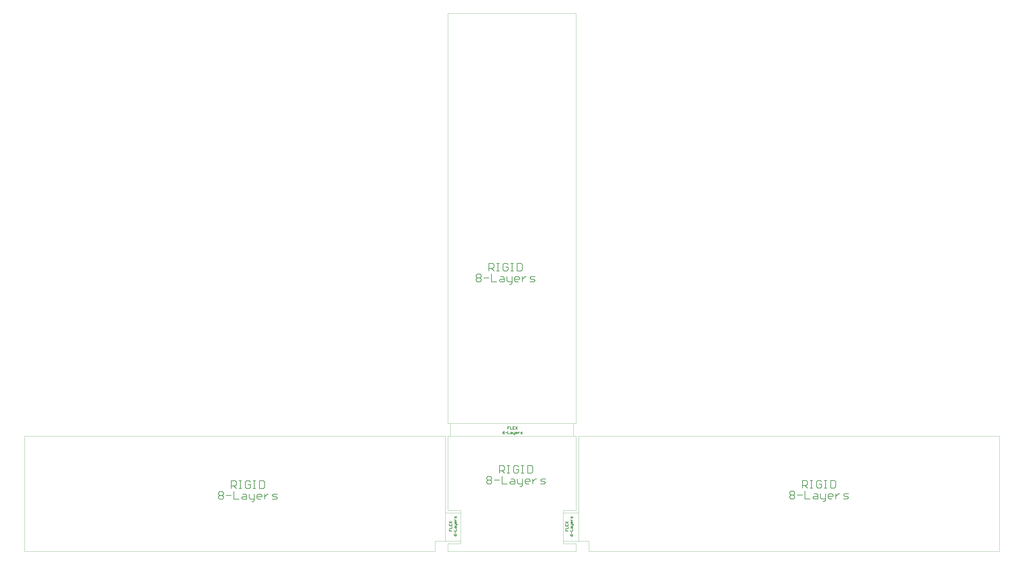
<source format=gbr>
%TF.GenerationSoftware,Altium Limited,Altium Designer,22.5.1 (42)*%
G04 Layer_Color=7674933*
%FSLAX26Y26*%
%MOIN*%
%TF.SameCoordinates,79F18A81-A5BF-4171-AD75-6FA3A7A6B408*%
%TF.FilePolarity,Positive*%
%TF.FileFunction,Other,Fab_Notes*%
%TF.Part,Single*%
G01*
G75*
%TA.AperFunction,NonConductor*%
%ADD89C,0.003937*%
%ADD155C,0.010000*%
D89*
X7125984Y5118110D02*
X9015834D01*
X7125984Y5315046D02*
X9015834D01*
Y5118110D02*
Y5315046D01*
X7125984Y5118110D02*
Y5315046D01*
X7086614Y5314960D02*
X9055203D01*
X7086614Y11614258D02*
X9055203D01*
Y5314960D02*
Y11614258D01*
X7086614Y5314960D02*
Y11614258D01*
X7283379Y3937093D02*
X7283465Y3937008D01*
X7047244Y3937093D02*
X7283379D01*
X7047244Y3503937D02*
X7283465D01*
X8858268D02*
X9094488D01*
X9094403Y3937008D02*
X9094488Y3937093D01*
X8858268Y3937008D02*
X9094403D01*
X9251968Y3346457D02*
Y3503937D01*
X9094488D02*
X9251968D01*
X9094488D02*
Y3937093D01*
Y5118110D01*
X9094403Y5118196D02*
X9094488Y5118110D01*
X9094403Y5118196D02*
X15551181D01*
Y3346457D02*
Y5118196D01*
X9251969Y3346457D02*
X15551181D01*
X9251968Y3346457D02*
X9251969Y3346457D01*
X6889763D02*
X6889764Y3346457D01*
X590551Y3346457D02*
X6889763D01*
X590551D02*
Y5118196D01*
X7047329D01*
X7047244Y5118110D02*
X7047329Y5118196D01*
X7047244Y3937093D02*
Y5118110D01*
Y3503937D02*
Y3937093D01*
X6889764Y3503937D02*
X7047244D01*
X6889764Y3346457D02*
Y3503937D01*
X9015748Y5118110D02*
X9015748Y5118111D01*
X9055119D01*
X9055118Y5118110D02*
X9055119Y5118111D01*
X9055118Y3976378D02*
Y5118110D01*
X8858267Y3976378D02*
X9055118D01*
X8858267D02*
X8858268Y3976377D01*
Y3464567D02*
Y3976377D01*
Y3464567D02*
X9055119D01*
Y3346456D02*
Y3464567D01*
X7086614Y3346456D02*
X9055119D01*
X7086614D02*
Y3464567D01*
X7283464D01*
Y3976378D01*
X7283464Y3976378D02*
X7283464Y3976378D01*
X7086614Y3976378D02*
X7283464D01*
X7086614Y3976378D02*
X7086614Y3976378D01*
X7086614Y3976378D02*
Y5118110D01*
X7086614Y5118110D01*
X7125984D01*
D155*
X7715634Y7657659D02*
Y7775731D01*
X7774670D01*
X7794349Y7756052D01*
Y7716695D01*
X7774670Y7697016D01*
X7715634D01*
X7754991D02*
X7794349Y7657659D01*
X7833706Y7775731D02*
X7873063D01*
X7853385D01*
Y7657659D01*
X7833706D01*
X7873063D01*
X8010814Y7756052D02*
X7991135Y7775731D01*
X7951778D01*
X7932099Y7756052D01*
Y7677338D01*
X7951778Y7657659D01*
X7991135D01*
X8010814Y7677338D01*
Y7716695D01*
X7971457D01*
X8050171Y7775731D02*
X8089529D01*
X8069850D01*
Y7657659D01*
X8050171D01*
X8089529D01*
X8148565Y7775731D02*
Y7657659D01*
X8207601D01*
X8227280Y7677338D01*
Y7756052D01*
X8207601Y7775731D01*
X8148565D01*
X7518847Y7590366D02*
X7538526Y7610045D01*
X7577883D01*
X7597562Y7590366D01*
Y7570687D01*
X7577883Y7551009D01*
X7597562Y7531330D01*
Y7511651D01*
X7577883Y7491973D01*
X7538526D01*
X7518847Y7511651D01*
Y7531330D01*
X7538526Y7551009D01*
X7518847Y7570687D01*
Y7590366D01*
X7538526Y7551009D02*
X7577883D01*
X7636919D02*
X7715634D01*
X7754991Y7610045D02*
Y7491973D01*
X7833706D01*
X7892742Y7570687D02*
X7932099D01*
X7951778Y7551009D01*
Y7491973D01*
X7892742D01*
X7873063Y7511651D01*
X7892742Y7531330D01*
X7951778D01*
X7991135Y7570687D02*
Y7511651D01*
X8010814Y7491973D01*
X8069850D01*
Y7472294D01*
X8050171Y7452615D01*
X8030493D01*
X8069850Y7491973D02*
Y7570687D01*
X8168243Y7491973D02*
X8128886D01*
X8109207Y7511651D01*
Y7551009D01*
X8128886Y7570687D01*
X8168243D01*
X8187922Y7551009D01*
Y7531330D01*
X8109207D01*
X8227279Y7570687D02*
Y7491973D01*
Y7531330D01*
X8246958Y7551009D01*
X8266637Y7570687D01*
X8286315D01*
X8345351Y7491973D02*
X8404387D01*
X8424066Y7511651D01*
X8404387Y7531330D01*
X8365030D01*
X8345351Y7551009D01*
X8365030Y7570687D01*
X8424066D01*
X7108036Y3688826D02*
Y3662588D01*
X7127715D01*
Y3675707D01*
Y3662588D01*
X7147394D01*
X7108036Y3701945D02*
X7147394D01*
Y3728183D01*
X7108036Y3767541D02*
Y3741302D01*
X7147394D01*
Y3767541D01*
X7127715Y3741302D02*
Y3754422D01*
X7108036Y3780660D02*
X7147394Y3806898D01*
X7108036D02*
X7147394Y3780660D01*
X7179265Y3610111D02*
X7185825Y3596992D01*
X7198944Y3583873D01*
X7212063D01*
X7218622Y3590432D01*
Y3603552D01*
X7212063Y3610111D01*
X7205503D01*
X7198944Y3603552D01*
Y3583873D01*
Y3623230D02*
Y3649468D01*
X7179265Y3662588D02*
X7218622D01*
Y3688826D01*
X7192384Y3708505D02*
Y3721624D01*
X7198944Y3728183D01*
X7218622D01*
Y3708505D01*
X7212063Y3701945D01*
X7205503Y3708505D01*
Y3728183D01*
X7192384Y3741302D02*
X7212063D01*
X7218622Y3747862D01*
Y3767541D01*
X7225182D01*
X7231742Y3760981D01*
Y3754422D01*
X7218622Y3767541D02*
X7192384D01*
X7218622Y3800339D02*
Y3787220D01*
X7212063Y3780660D01*
X7198944D01*
X7192384Y3787220D01*
Y3800339D01*
X7198944Y3806898D01*
X7205503D01*
Y3780660D01*
X7192384Y3820017D02*
X7218622D01*
X7205503D01*
X7198944Y3826577D01*
X7192384Y3833136D01*
Y3839696D01*
X7218622Y3859375D02*
Y3879053D01*
X7212063Y3885613D01*
X7205503Y3879053D01*
Y3865934D01*
X7198944Y3859375D01*
X7192384Y3865934D01*
Y3885613D01*
X12526658Y4321045D02*
Y4439117D01*
X12585694D01*
X12605372Y4419438D01*
Y4380081D01*
X12585694Y4360402D01*
X12526658D01*
X12566015D02*
X12605372Y4321045D01*
X12644730Y4439117D02*
X12684087D01*
X12664408D01*
Y4321045D01*
X12644730D01*
X12684087D01*
X12821838Y4419438D02*
X12802159Y4439117D01*
X12762802D01*
X12743123Y4419438D01*
Y4340724D01*
X12762802Y4321045D01*
X12802159D01*
X12821838Y4340724D01*
Y4380081D01*
X12782480D01*
X12861195Y4439117D02*
X12900552D01*
X12880874D01*
Y4321045D01*
X12861195D01*
X12900552D01*
X12959588Y4439117D02*
Y4321045D01*
X13018624D01*
X13038303Y4340724D01*
Y4419438D01*
X13018624Y4439117D01*
X12959588D01*
X12329871Y4253752D02*
X12349550Y4273431D01*
X12388907D01*
X12408586Y4253752D01*
Y4234073D01*
X12388907Y4214395D01*
X12408586Y4194716D01*
Y4175037D01*
X12388907Y4155359D01*
X12349550D01*
X12329871Y4175037D01*
Y4194716D01*
X12349550Y4214395D01*
X12329871Y4234073D01*
Y4253752D01*
X12349550Y4214395D02*
X12388907D01*
X12447943D02*
X12526658D01*
X12566015Y4273431D02*
Y4155359D01*
X12644730D01*
X12703766Y4234073D02*
X12743123D01*
X12762802Y4214395D01*
Y4155359D01*
X12703766D01*
X12684087Y4175037D01*
X12703766Y4194716D01*
X12762802D01*
X12802159Y4234073D02*
Y4175037D01*
X12821838Y4155359D01*
X12880874D01*
Y4135680D01*
X12861195Y4116001D01*
X12841516D01*
X12880874Y4155359D02*
Y4234073D01*
X12979267Y4155359D02*
X12939910D01*
X12920231Y4175037D01*
Y4214395D01*
X12939910Y4234073D01*
X12979267D01*
X12998946Y4214395D01*
Y4194716D01*
X12920231D01*
X13038303Y4234073D02*
Y4155359D01*
Y4194716D01*
X13057982Y4214395D01*
X13077660Y4234073D01*
X13097339D01*
X13156375Y4155359D02*
X13215411D01*
X13235090Y4175037D01*
X13215411Y4194716D01*
X13176054D01*
X13156375Y4214395D01*
X13176054Y4234073D01*
X13235090D01*
X3761894Y4315140D02*
Y4433212D01*
X3820930D01*
X3840609Y4413533D01*
Y4374176D01*
X3820930Y4354497D01*
X3761894D01*
X3801251D02*
X3840609Y4315140D01*
X3879966Y4433212D02*
X3919323D01*
X3899645D01*
Y4315140D01*
X3879966D01*
X3919323D01*
X4057074Y4413533D02*
X4037395Y4433212D01*
X3998038D01*
X3978359Y4413533D01*
Y4334818D01*
X3998038Y4315140D01*
X4037395D01*
X4057074Y4334818D01*
Y4374176D01*
X4017717D01*
X4096431Y4433212D02*
X4135789D01*
X4116110D01*
Y4315140D01*
X4096431D01*
X4135789D01*
X4194825Y4433212D02*
Y4315140D01*
X4253861D01*
X4273539Y4334818D01*
Y4413533D01*
X4253861Y4433212D01*
X4194825D01*
X3565107Y4247846D02*
X3584786Y4267525D01*
X3624143D01*
X3643822Y4247846D01*
Y4228168D01*
X3624143Y4208489D01*
X3643822Y4188810D01*
Y4169132D01*
X3624143Y4149453D01*
X3584786D01*
X3565107Y4169132D01*
Y4188810D01*
X3584786Y4208489D01*
X3565107Y4228168D01*
Y4247846D01*
X3584786Y4208489D02*
X3624143D01*
X3683179D02*
X3761894D01*
X3801251Y4267525D02*
Y4149453D01*
X3879966D01*
X3939002Y4228168D02*
X3978359D01*
X3998038Y4208489D01*
Y4149453D01*
X3939002D01*
X3919323Y4169132D01*
X3939002Y4188810D01*
X3998038D01*
X4037395Y4228168D02*
Y4169132D01*
X4057074Y4149453D01*
X4116110D01*
Y4129774D01*
X4096431Y4110096D01*
X4076753D01*
X4116110Y4149453D02*
Y4228168D01*
X4214503Y4149453D02*
X4175146D01*
X4155467Y4169132D01*
Y4208489D01*
X4175146Y4228168D01*
X4214503D01*
X4234182Y4208489D01*
Y4188810D01*
X4155467D01*
X4273539Y4228168D02*
Y4149453D01*
Y4188810D01*
X4293218Y4208489D01*
X4312897Y4228168D01*
X4332575D01*
X4391611Y4149453D02*
X4450647D01*
X4470326Y4169132D01*
X4450647Y4188810D01*
X4411290D01*
X4391611Y4208489D01*
X4411290Y4228168D01*
X4470326D01*
X7877051Y4549391D02*
Y4667463D01*
X7936087D01*
X7955766Y4647785D01*
Y4608427D01*
X7936087Y4588749D01*
X7877051D01*
X7916409D02*
X7955766Y4549391D01*
X7995123Y4667463D02*
X8034481D01*
X8014802D01*
Y4549391D01*
X7995123D01*
X8034481D01*
X8172231Y4647785D02*
X8152553Y4667463D01*
X8113195D01*
X8093517Y4647785D01*
Y4569070D01*
X8113195Y4549391D01*
X8152553D01*
X8172231Y4569070D01*
Y4608427D01*
X8132874D01*
X8211589Y4667463D02*
X8250946D01*
X8231267D01*
Y4549391D01*
X8211589D01*
X8250946D01*
X8309982Y4667463D02*
Y4549391D01*
X8369018D01*
X8388697Y4569070D01*
Y4647785D01*
X8369018Y4667463D01*
X8309982D01*
X7680265Y4482098D02*
X7699943Y4501777D01*
X7739301D01*
X7758979Y4482098D01*
Y4462420D01*
X7739301Y4442741D01*
X7758979Y4423062D01*
Y4403384D01*
X7739301Y4383705D01*
X7699943D01*
X7680265Y4403384D01*
Y4423062D01*
X7699943Y4442741D01*
X7680265Y4462420D01*
Y4482098D01*
X7699943Y4442741D02*
X7739301D01*
X7798337D02*
X7877051D01*
X7916409Y4501777D02*
Y4383705D01*
X7995123D01*
X8054159Y4462420D02*
X8093517D01*
X8113195Y4442741D01*
Y4383705D01*
X8054159D01*
X8034481Y4403384D01*
X8054159Y4423062D01*
X8113195D01*
X8152553Y4462420D02*
Y4403384D01*
X8172231Y4383705D01*
X8231267D01*
Y4364026D01*
X8211589Y4344348D01*
X8191910D01*
X8231267Y4383705D02*
Y4462420D01*
X8329661Y4383705D02*
X8290303D01*
X8270625Y4403384D01*
Y4442741D01*
X8290303Y4462420D01*
X8329661D01*
X8349339Y4442741D01*
Y4423062D01*
X8270625D01*
X8388697Y4462420D02*
Y4383705D01*
Y4423062D01*
X8408375Y4442741D01*
X8428054Y4462420D01*
X8447733D01*
X8506769Y4383705D02*
X8565805D01*
X8585483Y4403384D01*
X8565805Y4423062D01*
X8526447D01*
X8506769Y4442741D01*
X8526447Y4462420D01*
X8585483D01*
X8891501Y3685873D02*
Y3659635D01*
X8911179D01*
Y3672754D01*
Y3659635D01*
X8930858D01*
X8891501Y3698992D02*
X8930858D01*
Y3725231D01*
X8891501Y3764588D02*
Y3738350D01*
X8930858D01*
Y3764588D01*
X8911179Y3738350D02*
Y3751469D01*
X8891501Y3777707D02*
X8930858Y3803945D01*
X8891501D02*
X8930858Y3777707D01*
X8962729Y3607158D02*
X8969289Y3594039D01*
X8982408Y3580920D01*
X8995527D01*
X9002087Y3587480D01*
Y3600599D01*
X8995527Y3607158D01*
X8988968D01*
X8982408Y3600599D01*
Y3580920D01*
Y3620278D02*
Y3646516D01*
X8962729Y3659635D02*
X9002087D01*
Y3685873D01*
X8975849Y3705552D02*
Y3718671D01*
X8982408Y3725231D01*
X9002087D01*
Y3705552D01*
X8995527Y3698992D01*
X8988968Y3705552D01*
Y3725231D01*
X8975849Y3738350D02*
X8995527D01*
X9002087Y3744909D01*
Y3764588D01*
X9008647D01*
X9015206Y3758028D01*
Y3751469D01*
X9002087Y3764588D02*
X8975849D01*
X9002087Y3797386D02*
Y3784267D01*
X8995527Y3777707D01*
X8982408D01*
X8975849Y3784267D01*
Y3797386D01*
X8982408Y3803945D01*
X8988968D01*
Y3777707D01*
X8975849Y3817065D02*
X9002087D01*
X8988968D01*
X8982408Y3823624D01*
X8975849Y3830184D01*
Y3836743D01*
X9002087Y3856422D02*
Y3876101D01*
X8995527Y3882660D01*
X8988968Y3876101D01*
Y3862982D01*
X8982408Y3856422D01*
X8975849Y3862982D01*
Y3882660D01*
X8032331Y5264994D02*
X8006093D01*
Y5245315D01*
X8019212D01*
X8006093D01*
Y5225637D01*
X8045450Y5264994D02*
Y5225637D01*
X8071689D01*
X8111046Y5264994D02*
X8084808D01*
Y5225637D01*
X8111046D01*
X8084808Y5245315D02*
X8097927D01*
X8124165Y5264994D02*
X8150404Y5225637D01*
Y5264994D02*
X8124165Y5225637D01*
X7953617Y5193765D02*
X7940497Y5187206D01*
X7927378Y5174087D01*
Y5160967D01*
X7933938Y5154408D01*
X7947057D01*
X7953617Y5160967D01*
Y5167527D01*
X7947057Y5174087D01*
X7927378D01*
X7966736D02*
X7992974D01*
X8006093Y5193765D02*
Y5154408D01*
X8032331D01*
X8052010Y5180646D02*
X8065129D01*
X8071689Y5174087D01*
Y5154408D01*
X8052010D01*
X8045450Y5160967D01*
X8052010Y5167527D01*
X8071689D01*
X8084808Y5180646D02*
Y5160967D01*
X8091368Y5154408D01*
X8111046D01*
Y5147848D01*
X8104487Y5141289D01*
X8097927D01*
X8111046Y5154408D02*
Y5180646D01*
X8143844Y5154408D02*
X8130725D01*
X8124165Y5160967D01*
Y5174087D01*
X8130725Y5180646D01*
X8143844D01*
X8150404Y5174087D01*
Y5167527D01*
X8124165D01*
X8163523Y5180646D02*
Y5154408D01*
Y5167527D01*
X8170082Y5174087D01*
X8176642Y5180646D01*
X8183201D01*
X8202880Y5154408D02*
X8222559D01*
X8229118Y5160967D01*
X8222559Y5167527D01*
X8209440D01*
X8202880Y5174087D01*
X8209440Y5180646D01*
X8229118D01*
%TF.MD5,808e79b315ca928d87b2c8c98c5c03ad*%
M02*

</source>
